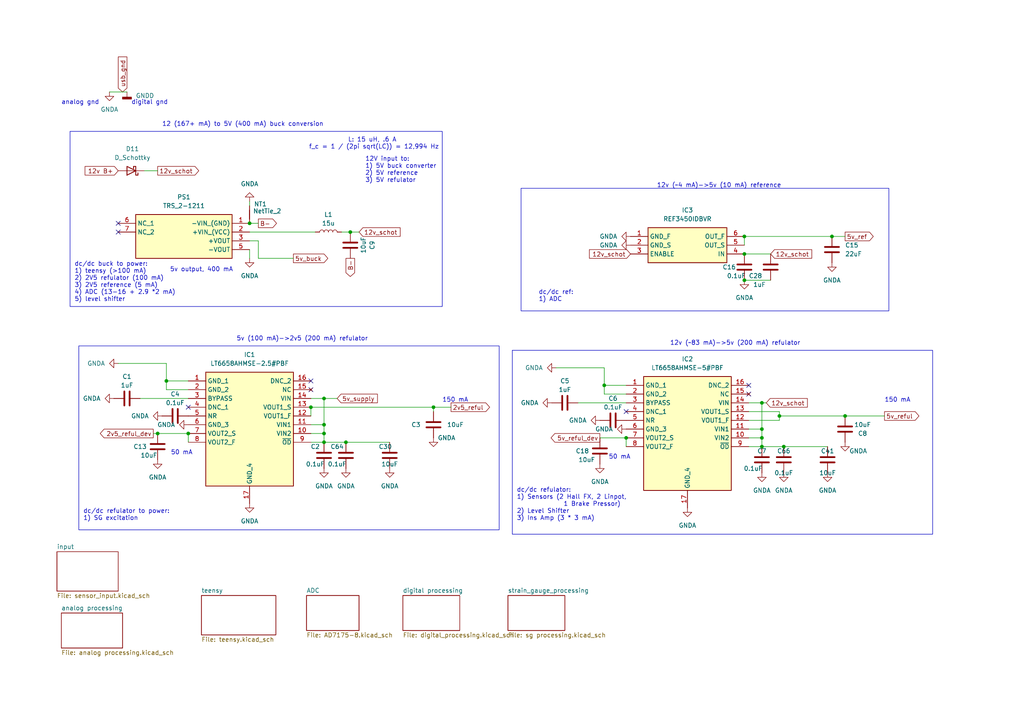
<source format=kicad_sch>
(kicad_sch (version 20231120) (generator "eeschema") (generator_version "8.0")
  (paper "A4")
  (lib_symbols
    (symbol "21xt_symbols:LT6658AHMSE-2.5#PBF"
      (property "Reference" "IC" (at 31.75 7.62 0))
      (property "Value" "LT6658AHMSE-2.5#PBF" (at 31.75 5.08 0))
      (symbol "LT6658AHMSE-2.5#PBF_1_1"
        (rectangle (start 5.08 2.54) (end 30.48 -30.48) (stroke (width 0.254)) (fill (type background)))
        (pin passive line (at 0 0 0) (length 5.08) (name "GND_1") (number "1"))
        (pin passive line (at 35.56 -15.24 180) (length 5.08) (name "VIN2") (number "10"))
        (pin passive line (at 35.56 -12.7 180) (length 5.08) (name "VIN1") (number "11"))
        (pin passive line (at 35.56 -10.16 180) (length 5.08) (name "VOUT1_F") (number "12"))
        (pin passive line (at 35.56 -7.62 180) (length 5.08) (name "VOUT1_S") (number "13"))
        (pin passive line (at 35.56 -5.08 180) (length 5.08) (name "VIN") (number "14"))
        (pin no_connect line (at 35.56 -2.54 180) (length 5.08) (name "NC") (number "15"))
        (pin passive line (at 35.56 0 180) (length 5.08) (name "DNC_2") (number "16"))
        (pin passive line (at 17.78 -35.56 90) (length 5.08) (name "GND_4") (number "17"))
        (pin passive line (at 0 -2.54 0) (length 5.08) (name "GND_2") (number "2"))
        (pin passive line (at 0 -5.08 0) (length 5.08) (name "BYPASS") (number "3"))
        (pin passive line (at 0 -7.62 0) (length 5.08) (name "DNC_1") (number "4"))
        (pin passive line (at 0 -10.16 0) (length 5.08) (name "NR") (number "5"))
        (pin passive line (at 0 -12.7 0) (length 5.08) (name "GND_3") (number "6"))
        (pin passive line (at 0 -15.24 0) (length 5.08) (name "VOUT2_S") (number "7"))
        (pin passive line (at 0 -17.78 0) (length 5.08) (name "VOUT2_F") (number "8"))
        (pin passive line (at 35.56 -17.78 180) (length 5.08) (name "~{OD}") (number "9"))
      )
    )
    (symbol "21xt_symbols:LT6658AHMSE-5#PBF"
      (property "Reference" "IC" (at 31.75 7.62 0))
      (property "Value" "LT6658AHMSE-5#PBF" (at 31.75 5.08 0))
      (symbol "LT6658AHMSE-5#PBF_1_1"
        (rectangle (start 5.08 2.54) (end 30.48 -30.48) (stroke (width 0.254)) (fill (type background)))
        (pin passive line (at 0 0 0) (length 5.08) (name "GND_1") (number "1"))
        (pin passive line (at 35.56 -15.24 180) (length 5.08) (name "VIN2") (number "10"))
        (pin passive line (at 35.56 -12.7 180) (length 5.08) (name "VIN1") (number "11"))
        (pin passive line (at 35.56 -10.16 180) (length 5.08) (name "VOUT1_F") (number "12"))
        (pin passive line (at 35.56 -7.62 180) (length 5.08) (name "VOUT1_S") (number "13"))
        (pin passive line (at 35.56 -5.08 180) (length 5.08) (name "VIN") (number "14"))
        (pin no_connect line (at 35.56 -2.54 180) (length 5.08) (name "NC") (number "15"))
        (pin passive line (at 35.56 0 180) (length 5.08) (name "DNC_2") (number "16"))
        (pin passive line (at 17.78 -35.56 90) (length 5.08) (name "GND_4") (number "17"))
        (pin passive line (at 0 -2.54 0) (length 5.08) (name "GND_2") (number "2"))
        (pin passive line (at 0 -5.08 0) (length 5.08) (name "BYPASS") (number "3"))
        (pin passive line (at 0 -7.62 0) (length 5.08) (name "DNC_1") (number "4"))
        (pin passive line (at 0 -10.16 0) (length 5.08) (name "NR") (number "5"))
        (pin passive line (at 0 -12.7 0) (length 5.08) (name "GND_3") (number "6"))
        (pin passive line (at 0 -15.24 0) (length 5.08) (name "VOUT2_S") (number "7"))
        (pin passive line (at 0 -17.78 0) (length 5.08) (name "VOUT2_F") (number "8"))
        (pin passive line (at 35.56 -17.78 180) (length 5.08) (name "~{OD}") (number "9"))
      )
    )
    (symbol "21xt_symbols:REF3450IDBVR"
      (property "Reference" "IC" (at 29.21 7.62 0))
      (property "Value" "REF3450IDBVR" (at 29.21 5.08 0))
      (symbol "REF3450IDBVR_1_1"
        (rectangle (start 5.08 2.54) (end 27.94 -7.62) (stroke (width 0.254)) (fill (type background)))
        (pin passive line (at 0 0 0) (length 5.08) (name "GND_F") (number "1"))
        (pin passive line (at 0 -2.54 0) (length 5.08) (name "GND_S") (number "2"))
        (pin passive line (at 0 -5.08 0) (length 5.08) (name "ENABLE") (number "3"))
        (pin passive line (at 33.02 -5.08 180) (length 5.08) (name "IN") (number "4"))
        (pin passive line (at 33.02 -2.54 180) (length 5.08) (name "OUT_S") (number "5"))
        (pin passive line (at 33.02 0 180) (length 5.08) (name "OUT_F") (number "6"))
      )
    )
    (symbol "21xt_symbols:TRS_2-1211"
      (property "Reference" "PS" (at 34.29 7.62 0))
      (property "Value" "TRS_2-1211" (at 34.29 5.08 0))
      (symbol "TRS_2-1211_1_1"
        (rectangle (start 5.08 2.54) (end 33.02 -10.16) (stroke (width 0.254)) (fill (type background)))
        (pin passive line (at 38.1 0 180) (length 5.08) (name "-VIN_(GND)") (number "1"))
        (pin passive line (at 38.1 -2.54 180) (length 5.08) (name "+VIN_(VCC)") (number "2"))
        (pin passive line (at 38.1 -5.08 180) (length 5.08) (name "+VOUT") (number "3"))
        (pin passive line (at 38.1 -7.62 180) (length 5.08) (name "-VOUT") (number "5"))
        (pin passive line (at 0 0 0) (length 5.08) (name "NC_1") (number "6"))
        (pin passive line (at 0 -2.54 0) (length 5.08) (name "NC_2") (number "7"))
      )
    )
    (symbol "Device:C" (pin_numbers hide) (pin_names (offset 0.254))
      (property "Reference" "C" (at 0.635 2.54 0))
      (property "Value" "C" (at 0.635 -2.54 0))
      (symbol "C_0_1"
        (polyline (pts (xy -2.032 -0.762) (xy 2.032 -0.762)) (stroke (width 0.508)))
        (polyline (pts (xy -2.032 0.762) (xy 2.032 0.762)) (stroke (width 0.508)))
      )
      (symbol "C_1_1"
        (pin passive line (at 0 3.81 270) (length 2.794) (name "~") (number "1"))
        (pin passive line (at 0 -3.81 90) (length 2.794) (name "~") (number "2"))
      )
    )
    (symbol "Device:D_Schottky" (pin_numbers hide) (pin_names (offset 1.016) hide)
      (property "Reference" "D" (at 0 2.54 0))
      (property "Value" "D_Schottky" (at 0 -2.54 0))
      (symbol "D_Schottky_0_1"
        (polyline (pts (xy 1.27 0) (xy -1.27 0)))
        (polyline (pts (xy 1.27 1.27) (xy 1.27 -1.27) (xy -1.27 0) (xy 1.27 1.27)) (stroke (width 0.254)))
        (polyline (pts (xy -1.905 0.635) (xy -1.905 1.27) (xy -1.27 1.27) (xy -1.27 -1.27) (xy -0.635 -1.27) (xy -0.635 -0.635)) (stroke (width 0.254)))
      )
      (symbol "D_Schottky_1_1"
        (pin passive line (at -3.81 0 0) (length 2.54) (name "K") (number "1"))
        (pin passive line (at 3.81 0 180) (length 2.54) (name "A") (number "2"))
      )
    )
    (symbol "Device:L" (pin_numbers hide) (pin_names (offset 1.016) hide)
      (property "Reference" "L" (at -1.27 0 90))
      (property "Value" "L" (at 1.905 0 90))
      (symbol "L_0_1"
        (arc (start 0 -2.54) (mid 0.6323 -1.905) (end 0 -1.27))
        (arc (start 0 -1.27) (mid 0.6323 -0.635) (end 0 0))
        (arc (start 0 0) (mid 0.6323 0.635) (end 0 1.27))
        (arc (start 0 1.27) (mid 0.6323 1.905) (end 0 2.54))
      )
      (symbol "L_1_1"
        (pin passive line (at 0 3.81 270) (length 1.27) (name "1") (number "1"))
        (pin passive line (at 0 -3.81 90) (length 1.27) (name "2") (number "2"))
      )
    )
    (symbol "Device:NetTie_2" (pin_numbers hide) (pin_names (offset 0) hide) (in_bom no)
      (property "Reference" "NT" (at 0 1.27 0))
      (property "Value" "NetTie_2" (at 0 -1.27 0))
      (symbol "NetTie_2_0_1"
        (polyline (pts (xy -1.27 0) (xy 1.27 0)) (stroke (width 0.254)))
      )
      (symbol "NetTie_2_1_1"
        (pin passive line (at -2.54 0 0) (length 2.54) (name "1") (number "1"))
        (pin passive line (at 2.54 0 180) (length 2.54) (name "2") (number "2"))
      )
    )
    (symbol "power:GNDA" (power) (pin_names (offset 0))
      (property "Value" "GNDA" (at 0 -3.81 0))
      (symbol "GNDA_0_1"
        (polyline (pts (xy 0 0) (xy 0 -1.27) (xy 1.27 -1.27) (xy 0 -2.54) (xy -1.27 -1.27) (xy 0 -1.27)))
      )
      (symbol "GNDA_1_1"
        (pin power_in line (at 0 0 270) (length 0) hide (name "GNDA") (number "1"))
      )
    )
    (symbol "power:GNDD" (power) (pin_names (offset 0))
      (property "Value" "GNDD" (at 0 -3.175 0))
      (symbol "GNDD_0_1"
        (rectangle (start -1.27 -1.524) (end 1.27 -2.032) (stroke (width 0.254)) (fill (type outline)))
        (polyline (pts (xy 0 0) (xy 0 -1.524)))
      )
      (symbol "GNDD_1_1"
        (pin power_in line (at 0 0 270) (length 0) hide (name "GNDD") (number "1"))
      )
    )
  )
  (junction (at 72.39 64.77))
  (junction (at 45.72 125.73))
  (junction (at 226.06 120.65))
  (junction (at 48.26 110.49))
  (junction (at 245.11 120.65))
  (junction (at 181.61 127))
  (junction (at 220.98 124.46))
  (junction (at 215.9 68.58))
  (junction (at 93.98 125.73))
  (junction (at 93.98 115.57))
  (junction (at 125.73 118.11))
  (junction (at 215.9 81.28))
  (junction (at 220.98 129.54))
  (junction (at 220.98 127))
  (junction (at 100.33 128.27))
  (junction (at 220.98 116.84))
  (junction (at 227.33 129.54))
  (junction (at 54.61 125.73))
  (junction (at 93.98 128.27))
  (junction (at 175.26 111.76))
  (junction (at 101.6 67.31))
  (junction (at 241.3 68.58))
  (junction (at 215.9 73.66))
  (junction (at 93.98 123.19))
  (junction (at 90.17 118.11))
  (no_connect (at 34.29 67.31))
  (no_connect (at 181.61 119.38))
  (no_connect (at 34.29 64.77))
  (no_connect (at 90.17 110.49))
  (no_connect (at 217.17 114.3))
  (no_connect (at 54.61 118.11))
  (no_connect (at 90.17 113.03))
  (no_connect (at 217.17 111.76))
  (wire (pts (xy 100.33 128.27) (xy 113.03 128.27)))
  (wire (pts (xy 48.26 113.03) (xy 48.26 110.49)))
  (wire (pts (xy 175.26 111.76) (xy 181.61 111.76)))
  (wire (pts (xy 90.17 125.73) (xy 93.98 125.73)))
  (wire (pts (xy 93.98 115.57) (xy 93.98 123.19)))
  (wire (pts (xy 72.39 58.42) (xy 72.39 59.69)))
  (wire (pts (xy 226.06 120.65) (xy 245.11 120.65)))
  (wire (pts (xy 173.99 127) (xy 181.61 127)))
  (wire (pts (xy 54.61 125.73) (xy 54.61 128.27)))
  (wire (pts (xy 31.75 26.67) (xy 36.83 26.67)))
  (wire (pts (xy 226.06 120.65) (xy 226.06 121.92)))
  (wire (pts (xy 175.26 106.68) (xy 175.26 111.76)))
  (wire (pts (xy 74.93 64.77) (xy 72.39 64.77)))
  (wire (pts (xy 220.98 129.54) (xy 227.33 129.54)))
  (wire (pts (xy 41.91 49.53) (xy 45.72 49.53)))
  (wire (pts (xy 220.98 124.46) (xy 217.17 124.46)))
  (wire (pts (xy 90.17 118.11) (xy 90.17 120.65)))
  (wire (pts (xy 93.98 115.57) (xy 97.79 115.57)))
  (wire (pts (xy 54.61 113.03) (xy 48.26 113.03)))
  (wire (pts (xy 40.64 115.57) (xy 54.61 115.57)))
  (wire (pts (xy 215.9 73.66) (xy 223.52 73.66)))
  (wire (pts (xy 74.93 74.93) (xy 74.93 69.85)))
  (wire (pts (xy 226.06 119.38) (xy 226.06 120.65)))
  (wire (pts (xy 217.17 129.54) (xy 220.98 129.54)))
  (wire (pts (xy 72.39 67.31) (xy 91.44 67.31)))
  (wire (pts (xy 175.26 114.3) (xy 175.26 111.76)))
  (wire (pts (xy 167.64 116.84) (xy 181.61 116.84)))
  (wire (pts (xy 222.25 116.84) (xy 220.98 116.84)))
  (wire (pts (xy 125.73 118.11) (xy 130.81 118.11)))
  (wire (pts (xy 217.17 121.92) (xy 226.06 121.92)))
  (wire (pts (xy 220.98 127) (xy 220.98 124.46)))
  (wire (pts (xy 217.17 116.84) (xy 220.98 116.84)))
  (wire (pts (xy 90.17 115.57) (xy 93.98 115.57)))
  (wire (pts (xy 241.3 68.58) (xy 245.11 68.58)))
  (wire (pts (xy 125.73 118.11) (xy 125.73 119.38)))
  (wire (pts (xy 34.29 105.41) (xy 48.26 105.41)))
  (wire (pts (xy 217.17 127) (xy 220.98 127)))
  (wire (pts (xy 215.9 81.28) (xy 223.52 81.28)))
  (wire (pts (xy 93.98 128.27) (xy 100.33 128.27)))
  (wire (pts (xy 48.26 110.49) (xy 54.61 110.49)))
  (wire (pts (xy 48.26 105.41) (xy 48.26 110.49)))
  (wire (pts (xy 101.6 67.31) (xy 104.14 67.31)))
  (wire (pts (xy 72.39 74.93) (xy 72.39 72.39)))
  (wire (pts (xy 45.72 125.73) (xy 54.61 125.73)))
  (wire (pts (xy 93.98 128.27) (xy 93.98 125.73)))
  (wire (pts (xy 72.39 69.85) (xy 74.93 69.85)))
  (wire (pts (xy 220.98 129.54) (xy 220.98 127)))
  (wire (pts (xy 220.98 116.84) (xy 220.98 124.46)))
  (wire (pts (xy 93.98 125.73) (xy 93.98 123.19)))
  (wire (pts (xy 99.06 67.31) (xy 101.6 67.31)))
  (wire (pts (xy 161.29 106.68) (xy 175.26 106.68)))
  (wire (pts (xy 227.33 129.54) (xy 240.03 129.54)))
  (wire (pts (xy 245.11 120.65) (xy 256.54 120.65)))
  (wire (pts (xy 90.17 118.11) (xy 125.73 118.11)))
  (wire (pts (xy 215.9 68.58) (xy 215.9 71.12)))
  (wire (pts (xy 74.93 74.93) (xy 85.09 74.93)))
  (wire (pts (xy 181.61 127) (xy 181.61 129.54)))
  (wire (pts (xy 93.98 123.19) (xy 90.17 123.19)))
  (wire (pts (xy 217.17 119.38) (xy 226.06 119.38)))
  (wire (pts (xy 90.17 128.27) (xy 93.98 128.27)))
  (wire (pts (xy 215.9 68.58) (xy 241.3 68.58)))
  (wire (pts (xy 44.45 125.73) (xy 45.72 125.73)))
  (wire (pts (xy 181.61 114.3) (xy 175.26 114.3)))
  (rectangle (start 148.59 101.6) (end 270.51 154.94))
  (rectangle (start 151.13 54.61) (end 257.81 90.17))
  (rectangle (start 20.32 38.1) (end 128.27 88.9))
  (rectangle (start 22.86 100.33) (end 144.78 153.67))
  (text "dc/dc refulator to power: \n1) SG excitation" (at 24.13 151.13 0) (effects (font (size 1.27 1.27)) (justify left bottom)))
  (text "150 mA" (at 128.27 116.84 0) (effects (font (size 1.27 1.27)) (justify left bottom)))
  (text "50 mA" (at 49.53 132.08 0) (effects (font (size 1.27 1.27)) (justify left bottom)))
  (text "50 mA" (at 176.53 133.35 0) (effects (font (size 1.27 1.27)) (justify left bottom)))
  (text "analog gnd" (at 17.78 30.48 0) (effects (font (size 1.27 1.27)) (justify left bottom)))
  (text "dc/dc ref:\n1) ADC" (at 156.21 87.63 0) (effects (font (size 1.27 1.27)) (justify left bottom)))
  (text "12 (167+ mA) to 5V (400 mA) buck conversion" (at 46.99 36.83 0) (effects (font (size 1.27 1.27)) (justify left bottom)))
  (text "L: 15 uH, .6 A \nf_c = 1 / (2pi sqrt(LC)) = 12,994 Hz" (at 108.458 41.656 0) (effects (font (size 1.27 1.27))))
  (text "12V input to:\n1) 5V buck converter\n2) 5V reference\n3) 5V refulator" (at 105.918 53.086 0) (effects (font (size 1.27 1.27)) (justify left bottom)))
  (text "5v (100 mA)->2v5 (200 mA) refulator" (at 68.58 99.06 0) (effects (font (size 1.27 1.27)) (justify left bottom)))
  (text "12v (~83 mA)->5v (200 mA) refulator" (at 194.31 100.33 0) (effects (font (size 1.27 1.27)) (justify left bottom)))
  (text "digital gnd" (at 38.1 30.48 0) (effects (font (size 1.27 1.27)) (justify left bottom)))
  (text "dc/dc refulator:\n1) Sensors (2 Hall FX, 2 Linpot, \n              1 Brake Pressor)\n2) Level Shifter\n3) Ins Amp (3 * 3 mA)\n" (at 149.86 151.13 0) (effects (font (size 1.27 1.27)) (justify left bottom)))
  (text "dc/dc buck to power: \n1) teensy (>100 mA)\n2) 2V5 refulator (100 mA)\n3) 2V5 reference (5 mA)\n4) ADC (13-16 + 2.9 *2 mA)\n5) level shifter" (at 21.59 87.63 0) (effects (font (size 1.27 1.27)) (justify left bottom)))
  (text "5v output, 400 mA" (at 49.276 78.994 0) (effects (font (size 1.27 1.27)) (justify left bottom)))
  (text "150 mA\n" (at 256.54 116.84 0) (effects (font (size 1.27 1.27)) (justify left bottom)))
  (text "12v (~4 mA)->5v (10 mA) reference" (at 190.5 54.61 0) (effects (font (size 1.27 1.27)) (justify left bottom)))
  (global_label "2v5_reful" (shape output) (at 130.81 118.11 0) (property "Intersheetrefs" "${INTERSHEET_REFS}" (effects (hide yes))))
  (global_label "12v_schot" (shape input) (at 222.25 116.84 0) (property "Intersheetrefs" "${INTERSHEET_REFS}" (effects (hide yes))))
  (global_label "B-" (shape output) (at 101.6 74.93 270) (property "Intersheetrefs" "${INTERSHEET_REFS}" (effects (hide yes))))
  (global_label "2v5_reful_dev" (shape output) (at 44.45 125.73 180) (property "Intersheetrefs" "${INTERSHEET_REFS}" (effects (hide yes))))
  (global_label "12v_schot" (shape output) (at 45.72 49.53 0) (property "Intersheetrefs" "${INTERSHEET_REFS}" (effects (hide yes))))
  (global_label "12v B+" (shape input) (at 34.29 49.53 180) (property "Intersheetrefs" "${INTERSHEET_REFS}" (effects (hide yes))))
  (global_label "5v_supply" (shape input) (at 97.79 115.57 0) (property "Intersheetrefs" "${INTERSHEET_REFS}" (effects (hide yes))))
  (global_label "12v_schot" (shape input) (at 223.52 73.66 0) (property "Intersheetrefs" "${INTERSHEET_REFS}" (effects (hide yes))))
  (global_label "12v_schot" (shape input) (at 104.14 67.31 0) (property "Intersheetrefs" "${INTERSHEET_REFS}" (effects (hide yes))))
  (global_label "5v_buck" (shape output) (at 85.09 74.93 0) (property "Intersheetrefs" "${INTERSHEET_REFS}" (effects (hide yes))))
  (global_label "5v_ref" (shape output) (at 245.11 68.58 0) (property "Intersheetrefs" "${INTERSHEET_REFS}" (effects (hide yes))))
  (global_label "5v_reful_dev" (shape output) (at 173.99 127 180) (property "Intersheetrefs" "${INTERSHEET_REFS}" (effects (hide yes))))
  (global_label "5v_reful" (shape output) (at 256.54 120.65 0) (property "Intersheetrefs" "${INTERSHEET_REFS}" (effects (hide yes))))
  (global_label "usb_gnd" (shape input) (at 35.56 26.67 90) (property "Intersheetrefs" "${INTERSHEET_REFS}" (effects (hide yes))))
  (global_label "12v_schot" (shape input) (at 182.88 73.66 180) (property "Intersheetrefs" "${INTERSHEET_REFS}" (effects (hide yes))))
  (global_label "B-" (shape output) (at 74.93 64.77 0) (property "Intersheetrefs" "${INTERSHEET_REFS}" (effects (hide yes))))
  (symbol (lib_id "power:GNDA") (at 72.39 74.93 0) (unit 1)
    (property "Reference" "#PWR02" (effects (hide yes)))
    (property "Value" "GNDA" (at 72.39 80.01 0))
  )
  (symbol (lib_id "power:GNDA") (at 182.88 68.58 270) (unit 1)
    (property "Reference" "#PWR027" (effects (hide yes)))
    (property "Value" "GNDA" (at 179.07 68.58 90) (effects (justify right)))
  )
  (symbol (lib_id "Device:C") (at 241.3 72.39 0) (unit 1)
    (property "Reference" "C15" (at 245.11 71.12 0) (effects (justify left)))
    (property "Value" "22uF" (at 245.11 73.66 0) (effects (justify left)))
    (property "Footprint" "Capacitor_SMD:C_0603_1608Metric" (effects (hide yes)))
  )
  (symbol (lib_id "Device:C") (at 101.6 71.12 0) (unit 1)
    (property "Reference" "C9" (at 107.95 71.12 90))
    (property "Value" "10uF" (at 105.41 71.12 90))
    (property "Footprint" "Capacitor_SMD:C_0603_1608Metric" (effects (hide yes)))
  )
  (symbol (lib_id "Device:C") (at 173.99 130.81 180) (unit 1)
    (property "Reference" "C18" (at 168.91 130.81 0))
    (property "Value" "10uF" (at 170.18 133.35 0))
    (property "Footprint" "Capacitor_SMD:C_0603_1608Metric" (effects (hide yes)))
  )
  (symbol (lib_id "Device:C") (at 220.98 133.35 180) (unit 1)
    (property "Reference" "C7" (at 220.98 130.81 0))
    (property "Value" "0.1uF" (at 218.44 135.89 0))
    (property "Footprint" "Capacitor_SMD:C_0402_1005Metric" (effects (hide yes)))
  )
  (symbol (lib_id "power:GNDA") (at 227.33 137.16 0) (unit 1)
    (property "Reference" "#PWR0101" (effects (hide yes)))
    (property "Value" "GNDA" (at 227.33 142.24 0))
  )
  (symbol (lib_id "21xt_symbols:REF3450IDBVR") (at 182.88 68.58 0) (unit 1)
    (property "Reference" "IC3" (at 199.39 60.96 0))
    (property "Value" "REF3450IDBVR" (at 199.39 63.5 0))
    (property "Footprint" "21xt_footprints:REF3450IDBVR" (effects (hide yes)))
    (property "Datasheet" "http://www.ti.com/lit/ds/symlink/ref3440.pdf" (effects (hide yes)))
    (property "Height" "1.45" (effects (hide yes)))
    (property "Mouser Part Number" "595-REF3450IDBVR" (effects (hide yes)))
    (property "Mouser Price/Stock" "https://www.mouser.co.uk/ProductDetail/Texas-Instruments/REF3450IDBVR?qs=55YtniHzbhBkMjMysxx4Wg%3D%3D" (effects (hide yes)))
    (property "Manufacturer_Name" "Texas Instruments" (effects (hide yes)))
    (property "Manufacturer_Part_Number" "REF3450IDBVR" (effects (hide yes)))
  )
  (symbol (lib_id "power:GNDA") (at 125.73 127 0) (unit 1)
    (property "Reference" "#PWR018" (effects (hide yes)))
    (property "Value" "GNDA" (at 129.54 127 0))
  )
  (symbol (lib_id "power:GNDA") (at 241.3 76.2 0) (unit 1)
    (property "Reference" "#PWR024" (effects (hide yes)))
    (property "Value" "GNDA" (at 241.3 81.28 0))
  )
  (symbol (lib_id "Device:C") (at 227.33 133.35 180) (unit 1)
    (property "Reference" "C66" (at 227.33 130.81 0))
    (property "Value" "0.1uF" (at 227.33 137.16 0))
    (property "Footprint" "Capacitor_SMD:C_0402_1005Metric" (effects (hide yes)))
  )
  (symbol (lib_id "Device:C") (at 223.52 77.47 0) (unit 1)
    (property "Reference" "C28" (at 217.17 80.01 0) (effects (justify left)))
    (property "Value" "1uF" (at 218.44 82.55 0) (effects (justify left)))
    (property "Footprint" "Capacitor_SMD:C_0402_1005Metric" (effects (hide yes)))
  )
  (symbol (lib_id "power:GNDA") (at 100.33 135.89 0) (unit 1)
    (property "Reference" "#PWR064" (effects (hide yes)))
    (property "Value" "GNDA" (at 100.33 140.97 0))
  )
  (symbol (lib_id "power:GNDA") (at 220.98 137.16 0) (unit 1)
    (property "Reference" "#PWR061" (effects (hide yes)))
    (property "Value" "GNDA" (at 220.98 142.24 0))
  )
  (symbol (lib_id "power:GNDA") (at 240.03 137.16 0) (unit 1)
    (property "Reference" "#PWR066" (effects (hide yes)))
    (property "Value" "GNDA" (at 240.03 142.24 0))
  )
  (symbol (lib_id "power:GNDA") (at 93.98 135.89 0) (unit 1)
    (property "Reference" "#PWR09" (effects (hide yes)))
    (property "Value" "GNDA" (at 93.98 140.97 0))
  )
  (symbol (lib_id "power:GNDA") (at 113.03 135.89 0) (unit 1)
    (property "Reference" "#PWR065" (effects (hide yes)))
    (property "Value" "GNDA" (at 113.03 140.97 0))
  )
  (symbol (lib_id "Device:D_Schottky") (at 38.1 49.53 180) (unit 1)
    (property "Reference" "D11" (at 38.4175 43.18 0))
    (property "Value" "D_Schottky" (at 38.4175 45.72 0))
    (property "Footprint" "Diode_SMD:D_1206_3216Metric" (effects (hide yes)))
  )
  (symbol (lib_id "Device:C") (at 113.03 132.08 180) (unit 1)
    (property "Reference" "C30" (at 111.76 129.54 0))
    (property "Value" "10uF" (at 113.03 134.62 0))
    (property "Footprint" "Capacitor_SMD:C_0603_1608Metric" (effects (hide yes)))
  )
  (symbol (lib_id "Device:L") (at 95.25 67.31 90) (unit 1)
    (property "Reference" "L1" (at 95.25 62.23 90))
    (property "Value" "15u" (at 95.25 64.77 90))
    (property "Footprint" "21xt_footprints:IND_TCK-147_TRP" (effects (hide yes)))
    (property "Description" "Inductor" (effects (hide yes)))
  )
  (symbol (lib_id "Device:NetTie_2") (at 72.39 62.23 90) (unit 1) (in_bom no)
    (property "Reference" "NT1" (at 73.66 59.182 90) (effects (justify right)))
    (property "Value" "NetTie_2" (at 73.406 61.214 90) (effects (justify right)))
    (property "Footprint" "NetTie:NetTie-2_SMD_Pad0.5mm" (effects (hide yes)))
    (property "Description" "Net tie, 2 pins" (effects (hide yes)))
  )
  (symbol (lib_id "Device:C") (at 215.9 77.47 0) (unit 1)
    (property "Reference" "C16" (at 209.55 77.47 0) (effects (justify left)))
    (property "Value" "0.1uF" (at 210.82 80.01 0) (effects (justify left)))
    (property "Footprint" "Capacitor_SMD:C_0402_1005Metric" (effects (hide yes)))
  )
  (symbol (lib_id "power:GNDA") (at 72.39 58.42 0) (mirror x) (unit 1)
    (property "Reference" "#PWR070" (effects (hide yes)))
    (property "Value" "GNDA" (at 72.39 53.34 0))
  )
  (symbol (lib_id "Device:C") (at 245.11 124.46 180) (unit 1)
    (property "Reference" "C8" (at 250.19 125.73 0))
    (property "Value" "10uF" (at 250.19 123.19 0))
    (property "Footprint" "Capacitor_SMD:C_0603_1608Metric" (effects (hide yes)))
  )
  (symbol (lib_id "Device:C") (at 45.72 129.54 180) (unit 1)
    (property "Reference" "C13" (at 40.64 129.54 0))
    (property "Value" "10uF" (at 43.18 132.08 0))
    (property "Footprint" "Capacitor_SMD:C_0603_1608Metric" (effects (hide yes)))
  )
  (symbol (lib_id "Device:C") (at 177.8 121.92 90) (unit 1)
    (property "Reference" "C6" (at 177.8 115.57 90))
    (property "Value" "0.1uF" (at 177.8 118.11 90))
    (property "Footprint" "Capacitor_SMD:C_0402_1005Metric" (effects (hide yes)))
  )
  (symbol (lib_id "Device:C") (at 240.03 133.35 180) (unit 1)
    (property "Reference" "C41" (at 240.03 130.81 0))
    (property "Value" "10uF" (at 240.03 137.16 0))
    (property "Footprint" "Capacitor_SMD:C_0603_1608Metric" (effects (hide yes)))
  )
  (symbol (lib_id "power:GNDA") (at 45.72 133.35 0) (unit 1)
    (property "Reference" "#PWR098" (effects (hide yes)))
    (property "Value" "GNDA" (at 45.72 138.43 0))
  )
  (symbol (lib_id "power:GNDA") (at 199.39 147.32 0) (unit 1)
    (property "Reference" "#PWR0103" (effects (hide yes)))
    (property "Value" "GNDA" (at 199.39 152.4 0))
  )
  (symbol (lib_id "power:GNDA") (at 182.88 71.12 270) (unit 1)
    (property "Reference" "#PWR059" (effects (hide yes)))
    (property "Value" "GNDA" (at 179.07 71.12 90) (effects (justify right)))
  )
  (symbol (lib_id "Device:C") (at 36.83 115.57 90) (unit 1)
    (property "Reference" "C1" (at 36.83 109.22 90))
    (property "Value" "1uF" (at 36.83 111.76 90))
    (property "Footprint" "Capacitor_SMD:C_0402_1005Metric" (effects (hide yes)))
  )
  (symbol (lib_id "Device:C") (at 93.98 132.08 180) (unit 1)
    (property "Reference" "C2" (at 91.44 129.54 0))
    (property "Value" "0.1uF" (at 91.44 134.62 0))
    (property "Footprint" "Capacitor_SMD:C_0402_1005Metric" (effects (hide yes)))
  )
  (symbol (lib_id "21xt_symbols:TRS_2-1211") (at 34.29 64.77 0) (unit 1)
    (property "Reference" "PS1" (at 53.34 57.15 0))
    (property "Value" "TRS_2-1211" (at 53.34 59.69 0))
    (property "Footprint" "21xt_footprints:CONV_TRS_2-2419" (effects (hide yes)))
    (property "Datasheet" "https://tracopower.com/trs2-datasheet/" (effects (hide yes)))
    (property "Height" "8" (effects (hide yes)))
    (property "Mouser Part Number" "495-TRS2-1211" (effects (hide yes)))
    (property "Mouser Price/Stock" "https://www.mouser.co.uk/ProductDetail/TRACO-Power/TRS-2-1211?qs=wUXugUrL1qziI%252BEzex2I6g%3D%3D" (effects (hide yes)))
    (property "Manufacturer_Name" "Traco Power" (effects (hide yes)))
    (property "Manufacturer_Part_Number" "TRS 2-1211" (effects (hide yes)))
  )
  (symbol (lib_id "Device:C") (at 100.33 132.08 180) (unit 1)
    (property "Reference" "C64" (at 97.79 129.54 0))
    (property "Value" "0.1uF" (at 97.79 134.62 0))
    (property "Footprint" "Capacitor_SMD:C_0402_1005Metric" (effects (hide yes)))
  )
  (symbol (lib_id "power:GNDA") (at 181.61 124.46 270) (unit 1)
    (property "Reference" "#PWR055" (effects (hide yes)))
    (property "Value" "GNDA" (at 177.8 124.46 90) (effects (justify right)))
  )
  (symbol (lib_id "power:GNDA") (at 54.61 123.19 270) (unit 1)
    (property "Reference" "#PWR06" (effects (hide yes)))
    (property "Value" "GNDA" (at 50.8 123.19 90) (effects (justify right)))
  )
  (symbol (lib_id "power:GNDA") (at 160.02 116.84 270) (unit 1)
    (property "Reference" "#PWR049" (effects (hide yes)))
    (property "Value" "GNDA" (at 156.21 116.84 90) (effects (justify right)))
  )
  (symbol (lib_id "Device:C") (at 163.83 116.84 90) (unit 1)
    (property "Reference" "C5" (at 163.83 110.49 90))
    (property "Value" "1uF" (at 163.83 113.03 90))
    (property "Footprint" "Capacitor_SMD:C_0402_1005Metric" (effects (hide yes)))
  )
  (symbol (lib_id "power:GNDA") (at 215.9 81.28 0) (unit 1)
    (property "Reference" "#PWR026" (effects (hide yes)))
    (property "Value" "GNDA" (at 215.9 86.36 0))
  )
  (symbol (lib_id "power:GNDA") (at 46.99 120.65 270) (unit 1)
    (property "Reference" "#PWR05" (effects (hide yes)))
    (property "Value" "GNDA" (at 43.18 120.65 90) (effects (justify right)))
  )
  (symbol (lib_id "power:GNDA") (at 34.29 105.41 270) (unit 1)
    (property "Reference" "#PWR04" (effects (hide yes)))
    (property "Value" "GNDA" (at 30.48 105.41 90) (effects (justify right)))
  )
  (symbol (lib_id "power:GNDD") (at 36.83 26.67 0) (unit 1)
    (property "Reference" "#PWR045" (effects (hide yes)))
    (property "Value" "GNDD" (at 39.37 27.7495 0) (effects (justify left)))
  )
  (symbol (lib_id "power:GNDA") (at 245.11 128.27 0) (unit 1)
    (property "Reference" "#PWR062" (effects (hide yes)))
    (property "Value" "GNDA" (at 248.92 130.81 0))
  )
  (symbol (lib_id "power:GNDA") (at 161.29 106.68 270) (unit 1)
    (property "Reference" "#PWR048" (effects (hide yes)))
    (property "Value" "GNDA" (at 157.48 106.68 90) (effects (justify right)))
  )
  (symbol (lib_id "Device:C") (at 125.73 123.19 180) (unit 1)
    (property "Reference" "C3" (at 120.65 123.19 0))
    (property "Value" "10uF" (at 132.08 123.19 0))
    (property "Footprint" "Capacitor_SMD:C_0603_1608Metric" (effects (hide yes)))
  )
  (symbol (lib_id "Device:C") (at 50.8 120.65 90) (unit 1)
    (property "Reference" "C4" (at 50.8 114.3 90))
    (property "Value" "0.1uF" (at 50.8 116.84 90))
    (property "Footprint" "Capacitor_SMD:C_0402_1005Metric" (effects (hide yes)))
  )
  (symbol (lib_id "power:GNDA") (at 72.39 146.05 0) (unit 1)
    (property "Reference" "#PWR08" (effects (hide yes)))
    (property "Value" "GNDA" (at 72.39 151.13 0))
  )
  (symbol (lib_id "power:GNDA") (at 173.99 121.92 270) (unit 1)
    (property "Reference" "#PWR051" (effects (hide yes)))
    (property "Value" "GNDA" (at 170.18 121.92 90) (effects (justify right)))
  )
  (symbol (lib_id "21xt_symbols:LT6658AHMSE-5#PBF") (at 181.61 111.76 0) (unit 1)
    (property "Reference" "IC2" (at 199.39 104.14 0))
    (property "Value" "LT6658AHMSE-5#PBF" (at 199.39 106.68 0))
    (property "Footprint" "21xt_footprints:SOP50P490X110-17N" (effects (hide yes)))
    (property "Datasheet" "https://www.analog.com/media/en/technical-documentation/data-sheets/lt6658.pdf" (effects (hide yes)))
    (property "Height" "1.1" (effects (hide yes)))
    (property "Mouser Part Number" "584-LT6658AHMSE5PBF" (effects (hide yes)))
    (property "Mouser Price/Stock" "https://www.mouser.co.uk/ProductDetail/Analog-Devices/LT6658AHMSE-5PBF?qs=W0yvOO0ixfFdSUQ4xUcBUw%3D%3D" (effects (hide yes)))
    (property "Manufacturer_Name" "Analog Devices" (effects (hide yes)))
    (property "Manufacturer_Part_Number" "LT6658AHMSE-5#PBF" (effects (hide yes)))
  )
  (symbol (lib_id "power:GNDA") (at 173.99 134.62 0) (unit 1)
    (property "Reference" "#PWR058" (effects (hide yes)))
    (property "Value" "GNDA" (at 173.99 139.7 0))
  )
  (symbol (lib_id "power:GNDA") (at 33.02 115.57 270) (unit 1)
    (property "Reference" "#PWR03" (effects (hide yes)))
    (property "Value" "GNDA" (at 29.21 115.57 90) (effects (justify right)))
  )
  (symbol (lib_id "power:GNDA") (at 31.75 26.67 0) (unit 1)
    (property "Reference" "#PWR044" (effects (hide yes)))
    (property "Value" "GNDA" (at 31.75 31.75 0))
  )
  (symbol (lib_id "21xt_symbols:LT6658AHMSE-2.5#PBF") (at 54.61 110.49 0) (unit 1)
    (property "Reference" "IC1" (at 72.39 102.87 0))
    (property "Value" "LT6658AHMSE-2.5#PBF" (at 72.39 105.41 0))
    (property "Footprint" "21xt_footprints:SOP50P490X110-17N" (effects (hide yes)))
    (property "Datasheet" "https://www.analog.com/media/en/technical-documentation/data-sheets/lt6658.pdf" (effects (hide yes)))
    (property "Height" "1.1" (effects (hide yes)))
    (property "Mouser Part Number" "584-LT6658AHMSE5PBF" (effects (hide yes)))
    (property "Mouser Price/Stock" "https://www.mouser.co.uk/ProductDetail/Analog-Devices/LT6658AHMSE-5PBF?qs=W0yvOO0ixfFdSUQ4xUcBUw%3D%3D" (effects (hide yes)))
    (property "Manufacturer_Name" "Analog Devices" (effects (hide yes)))
    (property "Manufacturer_Part_Number" "LT6658AHMSE-2.5#PBF" (effects (hide yes)))
  )
  (sheet (at 58.42 172.72) (size 21.59 11.43) (stroke (width 0.1524))
    (property "Sheetname" "teensy" (at 58.42 172.0084 0) (effects (justify left bottom)))
    (property "Sheetfile" "teensy.kicad_sch" (at 58.42 184.7346 0) (effects (justify left top)))
  )
  (sheet (at 16.51 160.02) (size 17.78 11.43) (stroke (width 0.1524))
    (property "Sheetname" "input" (at 16.51 159.3084 0) (effects (justify left bottom)))
    (property "Sheetfile" "sensor_input.kicad_sch" (at 16.51 172.0346 0) (effects (justify left top)))
  )
  (sheet (at 116.84 172.72) (size 16.51 10.16) (stroke (width 0.1524))
    (property "Sheetname" "digital processing" (at 116.84 172.0084 0) (effects (justify left bottom)))
    (property "Sheetfile" "digital_processing.kicad_sch" (at 116.84 183.4646 0) (effects (justify left top)))
  )
  (sheet (at 147.32 172.72) (size 16.51 10.16) (stroke (width 0.1524))
    (property "Sheetname" "strain_gauge_processing" (at 147.32 172.0084 0) (effects (justify left bottom)))
    (property "Sheetfile" "sg processing.kicad_sch" (at 147.32 183.4646 0) (effects (justify left top)))
  )
  (sheet (at 17.78 177.8) (size 17.78 10.16) (stroke (width 0.1524))
    (property "Sheetname" "analog processing" (at 17.78 177.0884 0) (effects (justify left bottom)))
    (property "Sheetfile" "analog processing.kicad_sch" (at 17.78 188.5446 0) (effects (justify left top)))
  )
  (sheet (at 88.9 172.72) (size 15.24 10.16) (stroke (width 0.1524))
    (property "Sheetname" "ADC" (at 88.9 172.0084 0) (effects (justify left bottom)))
    (property "Sheetfile" "AD7175-8.kicad_sch" (at 88.9 183.4646 0) (effects (justify left top)))
  )
)
</source>
